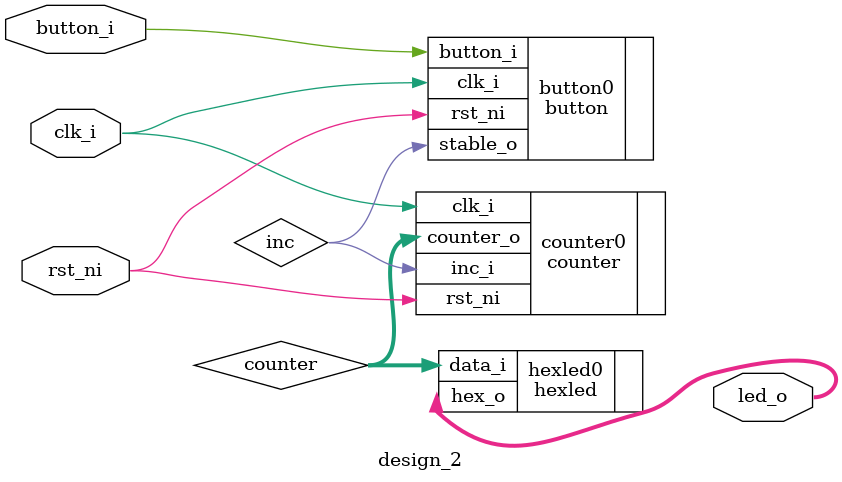
<source format=sv>
module design_2 (
  // input
  input logic        clk_i,
  input logic        rst_ni,

  input logic        button_i,

  // output
  output logic [6:0] led_o
);

  // local declaration
  logic       inc;
  logic [3:0] counter;

  button button0 (
    .clk_i   (clk_i   ),
    .rst_ni  (rst_ni  ),
    .button_i(button_i),
    .stable_o(inc     )
  );

  counter counter0 (
    .clk_i    (clk_i  ),
    .rst_ni   (rst_ni ),
    .inc_i    (inc    ),
    .counter_o(counter)
  );

  hexled hexled0 (
    .data_i(counter),
    .hex_o (led_o)
  );

`ifdef VERILATOR
  /*verilator lint_off UNUSED*/
  logic pastvld;
  always @(posedge clk_i) begin
    pastvld <= 1'b1;

    if (pastvld && $past(inc))
      assert(!inc);

    assert(counter <= 4'h9);
  end
  /*verilator lint_on UNUSED*/
`endif

endmodule : design_2

</source>
